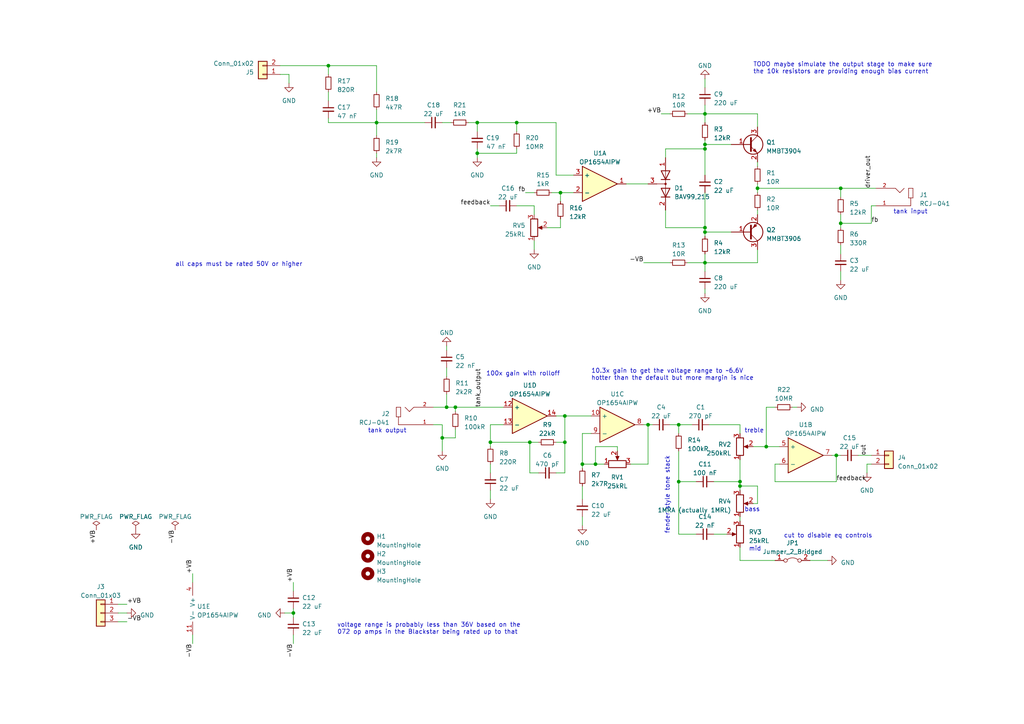
<source format=kicad_sch>
(kicad_sch (version 20230121) (generator eeschema)
  (paper "A4")
  (lib_symbols
    (symbol "Connector_Generic:Conn_01x02" (pin_names (offset 1.016) hide)
      (property "Reference" "J" (at 0 2.54 0))
      (property "Value" "Conn_01x02" (at 0 -5.08 0))
      (symbol "Conn_01x02_1_1"
        (rectangle (start -1.27 -2.413) (end 0 -2.667) (stroke (width 0.1524)))
        (rectangle (start -1.27 0.127) (end 0 -0.127) (stroke (width 0.1524)))
        (rectangle (start -1.27 1.27) (end 1.27 -3.81) (stroke (width 0.254)) (fill (type background)))
        (pin passive line (at -5.08 0 0) (length 3.81) (name "Pin_1") (number "1"))
        (pin passive line (at -5.08 -2.54 0) (length 3.81) (name "Pin_2") (number "2"))
      )
    )
    (symbol "Connector_Generic:Conn_01x03" (pin_names (offset 1.016) hide)
      (property "Reference" "J" (at 0 5.08 0))
      (property "Value" "Conn_01x03" (at 0 -5.08 0))
      (symbol "Conn_01x03_1_1"
        (rectangle (start -1.27 -2.413) (end 0 -2.667) (stroke (width 0.1524)))
        (rectangle (start -1.27 0.127) (end 0 -0.127) (stroke (width 0.1524)))
        (rectangle (start -1.27 2.667) (end 0 2.413) (stroke (width 0.1524)))
        (rectangle (start -1.27 3.81) (end 1.27 -3.81) (stroke (width 0.254)) (fill (type background)))
        (pin passive line (at -5.08 2.54 0) (length 3.81) (name "Pin_1") (number "1"))
        (pin passive line (at -5.08 0 0) (length 3.81) (name "Pin_2") (number "2"))
        (pin passive line (at -5.08 -2.54 0) (length 3.81) (name "Pin_3") (number "3"))
      )
    )
    (symbol "Device:C_Small" (pin_numbers hide) (pin_names (offset 0.254) hide)
      (property "Reference" "C" (at 0.254 1.778 0))
      (property "Value" "C_Small" (at 0.254 -2.032 0))
      (symbol "C_Small_0_1"
        (polyline (pts (xy -1.524 -0.508) (xy 1.524 -0.508)) (stroke (width 0.3302)))
        (polyline (pts (xy -1.524 0.508) (xy 1.524 0.508)) (stroke (width 0.3048)))
      )
      (symbol "C_Small_1_1"
        (pin passive line (at 0 2.54 270) (length 2.032) (name "~") (number "1"))
        (pin passive line (at 0 -2.54 90) (length 2.032) (name "~") (number "2"))
      )
    )
    (symbol "Device:D_Dual_Series_AKC" (pin_names (offset 0.762) hide)
      (property "Reference" "D" (at 1.27 -2.54 0))
      (property "Value" "D_Dual_Series_AKC" (at 0 2.54 0))
      (symbol "D_Dual_Series_AKC_0_1"
        (polyline (pts (xy -3.81 0) (xy 3.81 0)))
        (polyline (pts (xy 0 0) (xy 0 -2.54)))
        (polyline (pts (xy 6.35 0) (xy 7.62 0)))
        (polyline (pts (xy -1.27 -1.27) (xy -1.27 1.27) (xy -1.27 1.27)) (stroke (width 0.254)))
        (polyline (pts (xy 3.81 1.27) (xy 3.81 -1.27) (xy 3.81 -1.27)) (stroke (width 0.254)))
        (polyline (pts (xy -3.81 1.27) (xy -1.27 0) (xy -3.81 -1.27) (xy -3.81 1.27) (xy -3.81 1.27) (xy -3.81 1.27)) (stroke (width 0.254)))
        (polyline (pts (xy 1.27 1.27) (xy 3.81 0) (xy 1.27 -1.27) (xy 1.27 1.27) (xy 1.27 1.27) (xy 1.27 1.27)) (stroke (width 0.254)))
        (circle (center 0 0) (radius 0.254) (fill (type outline)))
        (pin passive line (at -7.62 0 0) (length 3.81) (name "A") (number "1"))
        (pin passive line (at 7.62 0 180) (length 3.81) (name "K") (number "2"))
        (pin passive line (at 0 -5.08 90) (length 2.54) (name "common") (number "3"))
      )
    )
    (symbol "Device:Opamp_Quad"
      (property "Reference" "U" (at 0 5.08 0))
      (property "Value" "Opamp_Quad" (at 0 -5.08 0))
      (symbol "Opamp_Quad_1_1"
        (polyline (pts (xy -5.08 5.08) (xy 5.08 0) (xy -5.08 -5.08) (xy -5.08 5.08)) (stroke (width 0.254)) (fill (type background)))
        (pin output line (at 7.62 0 180) (length 2.54) (name "~") (number "1"))
        (pin input line (at -7.62 -2.54 0) (length 2.54) (name "-") (number "2"))
        (pin input line (at -7.62 2.54 0) (length 2.54) (name "+") (number "3"))
      )
      (symbol "Opamp_Quad_2_1"
        (polyline (pts (xy -5.08 5.08) (xy 5.08 0) (xy -5.08 -5.08) (xy -5.08 5.08)) (stroke (width 0.254)) (fill (type background)))
        (pin input line (at -7.62 2.54 0) (length 2.54) (name "+") (number "5"))
        (pin input line (at -7.62 -2.54 0) (length 2.54) (name "-") (number "6"))
        (pin output line (at 7.62 0 180) (length 2.54) (name "~") (number "7"))
      )
      (symbol "Opamp_Quad_3_1"
        (polyline (pts (xy -5.08 5.08) (xy 5.08 0) (xy -5.08 -5.08) (xy -5.08 5.08)) (stroke (width 0.254)) (fill (type background)))
        (pin input line (at -7.62 2.54 0) (length 2.54) (name "+") (number "10"))
        (pin output line (at 7.62 0 180) (length 2.54) (name "~") (number "8"))
        (pin input line (at -7.62 -2.54 0) (length 2.54) (name "-") (number "9"))
      )
      (symbol "Opamp_Quad_4_1"
        (polyline (pts (xy -5.08 5.08) (xy 5.08 0) (xy -5.08 -5.08) (xy -5.08 5.08)) (stroke (width 0.254)) (fill (type background)))
        (pin input line (at -7.62 2.54 0) (length 2.54) (name "+") (number "12"))
        (pin input line (at -7.62 -2.54 0) (length 2.54) (name "-") (number "13"))
        (pin output line (at 7.62 0 180) (length 2.54) (name "~") (number "14"))
      )
      (symbol "Opamp_Quad_5_1"
        (pin power_in line (at -2.54 -7.62 90) (length 3.81) (name "V-") (number "11"))
        (pin power_in line (at -2.54 7.62 270) (length 3.81) (name "V+") (number "4"))
      )
    )
    (symbol "Device:Q_NPN_BEC" (pin_names (offset 0) hide)
      (property "Reference" "Q" (at 5.08 1.27 0))
      (property "Value" "Q_NPN_BEC" (at 5.08 -1.27 0))
      (symbol "Q_NPN_BEC_0_1"
        (polyline (pts (xy 0.635 0.635) (xy 2.54 2.54)))
        (polyline (pts (xy 0.635 -0.635) (xy 2.54 -2.54) (xy 2.54 -2.54)))
        (polyline (pts (xy 0.635 1.905) (xy 0.635 -1.905) (xy 0.635 -1.905)) (stroke (width 0.508)))
        (polyline (pts (xy 1.27 -1.778) (xy 1.778 -1.27) (xy 2.286 -2.286) (xy 1.27 -1.778) (xy 1.27 -1.778)) (fill (type outline)))
        (circle (center 1.27 0) (radius 2.8194) (stroke (width 0.254)))
      )
      (symbol "Q_NPN_BEC_1_1"
        (pin input line (at -5.08 0 0) (length 5.715) (name "B") (number "1"))
        (pin passive line (at 2.54 -5.08 90) (length 2.54) (name "E") (number "2"))
        (pin passive line (at 2.54 5.08 270) (length 2.54) (name "C") (number "3"))
      )
    )
    (symbol "Device:Q_PNP_BEC" (pin_names (offset 0) hide)
      (property "Reference" "Q" (at 5.08 1.27 0))
      (property "Value" "Q_PNP_BEC" (at 5.08 -1.27 0))
      (symbol "Q_PNP_BEC_0_1"
        (polyline (pts (xy 0.635 0.635) (xy 2.54 2.54)))
        (polyline (pts (xy 0.635 -0.635) (xy 2.54 -2.54) (xy 2.54 -2.54)))
        (polyline (pts (xy 0.635 1.905) (xy 0.635 -1.905) (xy 0.635 -1.905)) (stroke (width 0.508)))
        (polyline (pts (xy 2.286 -1.778) (xy 1.778 -2.286) (xy 1.27 -1.27) (xy 2.286 -1.778) (xy 2.286 -1.778)) (fill (type outline)))
        (circle (center 1.27 0) (radius 2.8194) (stroke (width 0.254)))
      )
      (symbol "Q_PNP_BEC_1_1"
        (pin input line (at -5.08 0 0) (length 5.715) (name "B") (number "1"))
        (pin passive line (at 2.54 -5.08 90) (length 2.54) (name "E") (number "2"))
        (pin passive line (at 2.54 5.08 270) (length 2.54) (name "C") (number "3"))
      )
    )
    (symbol "Device:R_Potentiometer" (pin_names (offset 1.016) hide)
      (property "Reference" "RV" (at -4.445 0 90))
      (property "Value" "R_Potentiometer" (at -2.54 0 90))
      (symbol "R_Potentiometer_0_1"
        (polyline (pts (xy 2.54 0) (xy 1.524 0)))
        (polyline (pts (xy 1.143 0) (xy 2.286 0.508) (xy 2.286 -0.508) (xy 1.143 0)) (fill (type outline)))
        (rectangle (start 1.016 2.54) (end -1.016 -2.54) (stroke (width 0.254)))
      )
      (symbol "R_Potentiometer_1_1"
        (pin passive line (at 0 3.81 270) (length 1.27) (name "1") (number "1"))
        (pin passive line (at 3.81 0 180) (length 1.27) (name "2") (number "2"))
        (pin passive line (at 0 -3.81 90) (length 1.27) (name "3") (number "3"))
      )
    )
    (symbol "Device:R_Small" (pin_numbers hide) (pin_names (offset 0.254) hide)
      (property "Reference" "R" (at 0.762 0.508 0))
      (property "Value" "R_Small" (at 0.762 -1.016 0))
      (symbol "R_Small_0_1"
        (rectangle (start -0.762 1.778) (end 0.762 -1.778) (stroke (width 0.2032)))
      )
      (symbol "R_Small_1_1"
        (pin passive line (at 0 2.54 270) (length 0.762) (name "~") (number "1"))
        (pin passive line (at 0 -2.54 90) (length 0.762) (name "~") (number "2"))
      )
    )
    (symbol "Jumper:Jumper_2_Bridged" (pin_names (offset 0) hide)
      (property "Reference" "JP" (at 0 1.905 0))
      (property "Value" "Jumper_2_Bridged" (at 0 -2.54 0))
      (symbol "Jumper_2_Bridged_0_0"
        (circle (center -2.032 0) (radius 0.508))
        (circle (center 2.032 0) (radius 0.508))
      )
      (symbol "Jumper_2_Bridged_0_1"
        (arc (start 1.524 0.254) (mid 0 0.762) (end -1.524 0.254))
      )
      (symbol "Jumper_2_Bridged_1_1"
        (pin passive line (at -5.08 0 0) (length 2.54) (name "A") (number "1"))
        (pin passive line (at 5.08 0 180) (length 2.54) (name "B") (number "2"))
      )
    )
    (symbol "Mechanical:MountingHole" (pin_names (offset 1.016))
      (property "Reference" "H" (at 0 5.08 0))
      (property "Value" "MountingHole" (at 0 3.175 0))
      (symbol "MountingHole_0_1"
        (circle (center 0 0) (radius 1.27) (stroke (width 1.27)))
      )
    )
    (symbol "RCJ-041:RCJ-041" (pin_names (offset 1.016))
      (property "Reference" "J" (at -5.6324 4.096 0))
      (property "Value" "RCJ-041" (at -5.1169 -5.6268 0))
      (symbol "RCJ-041_0_0"
        (polyline (pts (xy -5.715 -0.254) (xy -5.08 -0.254)) (stroke (width 0.1524)))
        (polyline (pts (xy -5.715 2.54) (xy -5.715 -0.254)) (stroke (width 0.1524)))
        (polyline (pts (xy -5.08 -2.54) (xy -5.08 -0.254)) (stroke (width 0.1524)))
        (polyline (pts (xy -5.08 -0.254) (xy -4.445 -0.254)) (stroke (width 0.1524)))
        (polyline (pts (xy -4.445 -0.254) (xy -4.445 2.54)) (stroke (width 0.1524)))
        (polyline (pts (xy -4.445 2.54) (xy -5.715 2.54)) (stroke (width 0.1524)))
        (polyline (pts (xy -1.905 1.27) (xy -3.175 2.54)) (stroke (width 0.1524)))
        (polyline (pts (xy -0.635 2.54) (xy -1.905 1.27)) (stroke (width 0.1524)))
        (polyline (pts (xy 0 -2.54) (xy -5.08 -2.54)) (stroke (width 0.1524)))
        (polyline (pts (xy 0 2.54) (xy -0.635 2.54)) (stroke (width 0.1524)))
        (pin passive line (at 5.08 -2.54 180) (length 5.08) (name "~") (number "1"))
        (pin passive line (at 5.08 2.54 180) (length 5.08) (name "~") (number "2"))
      )
    )
    (symbol "power:GND" (power) (pin_names (offset 0))
      (property "Value" "GND" (at 0 -3.81 0))
      (symbol "GND_0_1"
        (polyline (pts (xy 0 0) (xy 0 -1.27) (xy 1.27 -1.27) (xy 0 -2.54) (xy -1.27 -1.27) (xy 0 -1.27)))
      )
      (symbol "GND_1_1"
        (pin power_in line (at 0 0 270) (length 0) hide (name "GND") (number "1"))
      )
    )
    (symbol "power:PWR_FLAG" (power) (pin_numbers hide) (pin_names (offset 0) hide)
      (property "Value" "PWR_FLAG" (at 0 3.81 0))
      (symbol "PWR_FLAG_0_0"
        (pin power_out line (at 0 0 90) (length 0) (name "pwr") (number "1"))
      )
      (symbol "PWR_FLAG_0_1"
        (polyline (pts (xy 0 0) (xy 0 1.27) (xy -1.016 1.905) (xy 0 2.54) (xy 1.016 1.905) (xy 0 1.27)))
      )
    )
  )
  (junction (at 129.54 118.11))
  (junction (at 214.63 140.97))
  (junction (at 187.96 123.19))
  (junction (at 222.25 129.54))
  (junction (at 138.43 35.56))
  (junction (at 149.86 35.56))
  (junction (at 204.47 67.31))
  (junction (at 132.08 118.11))
  (junction (at 243.84 64.77))
  (junction (at 85.09 177.8))
  (junction (at 162.56 55.88))
  (junction (at 243.84 54.61))
  (junction (at 153.67 128.27))
  (junction (at 214.63 139.7))
  (junction (at 196.85 123.19))
  (junction (at 142.24 128.27))
  (junction (at 242.57 132.08))
  (junction (at 138.43 44.45))
  (junction (at 163.83 128.27))
  (junction (at 204.47 41.91))
  (junction (at 109.22 35.56))
  (junction (at 128.27 127))
  (junction (at 219.71 54.61))
  (junction (at 204.47 66.04))
  (junction (at 204.47 76.2))
  (junction (at 163.83 120.65))
  (junction (at 204.47 43.18))
  (junction (at 168.91 134.62))
  (junction (at 95.25 19.05))
  (junction (at 196.85 139.7))
  (junction (at 172.72 134.62))
  (junction (at 204.47 33.02))
  (wire (pts (xy 149.86 35.56) (xy 149.86 38.1)))
  (wire (pts (xy 125.73 123.19) (xy 128.27 123.19)))
  (wire (pts (xy 207.01 154.94) (xy 210.82 154.94)))
  (wire (pts (xy 166.37 50.8) (xy 161.29 50.8)))
  (wire (pts (xy 163.83 120.65) (xy 171.45 120.65)))
  (wire (pts (xy 142.24 128.27) (xy 142.24 129.54)))
  (wire (pts (xy 160.02 55.88) (xy 162.56 55.88)))
  (wire (pts (xy 194.31 123.19) (xy 196.85 123.19)))
  (wire (pts (xy 142.24 123.19) (xy 146.05 123.19)))
  (wire (pts (xy 252.73 59.69) (xy 252.73 64.77)))
  (wire (pts (xy 214.63 140.97) (xy 214.63 142.24)))
  (wire (pts (xy 222.25 129.54) (xy 226.06 129.54)))
  (wire (pts (xy 243.84 54.61) (xy 254 54.61)))
  (wire (pts (xy 138.43 35.56) (xy 138.43 38.1)))
  (wire (pts (xy 161.29 35.56) (xy 161.29 50.8)))
  (wire (pts (xy 207.01 139.7) (xy 214.63 139.7)))
  (wire (pts (xy 224.79 118.11) (xy 222.25 118.11)))
  (wire (pts (xy 193.04 60.96) (xy 193.04 66.04)))
  (wire (pts (xy 132.08 118.11) (xy 132.08 119.38)))
  (wire (pts (xy 251.46 134.62) (xy 252.73 134.62)))
  (wire (pts (xy 252.73 59.69) (xy 254 59.69)))
  (wire (pts (xy 161.29 35.56) (xy 149.86 35.56)))
  (wire (pts (xy 154.94 69.85) (xy 154.94 72.39)))
  (wire (pts (xy 214.63 133.35) (xy 214.63 139.7)))
  (wire (pts (xy 162.56 58.42) (xy 162.56 55.88)))
  (wire (pts (xy 138.43 35.56) (xy 149.86 35.56)))
  (wire (pts (xy 149.86 44.45) (xy 138.43 44.45)))
  (wire (pts (xy 109.22 31.75) (xy 109.22 35.56)))
  (wire (pts (xy 135.89 35.56) (xy 138.43 35.56)))
  (wire (pts (xy 109.22 35.56) (xy 123.19 35.56)))
  (wire (pts (xy 129.54 118.11) (xy 132.08 118.11)))
  (wire (pts (xy 201.93 154.94) (xy 196.85 154.94)))
  (wire (pts (xy 85.09 168.91) (xy 85.09 171.45)))
  (wire (pts (xy 156.21 128.27) (xy 153.67 128.27)))
  (wire (pts (xy 153.67 128.27) (xy 142.24 128.27)))
  (wire (pts (xy 149.86 59.69) (xy 154.94 59.69)))
  (wire (pts (xy 168.91 134.62) (xy 172.72 134.62)))
  (wire (pts (xy 204.47 43.18) (xy 204.47 50.8)))
  (wire (pts (xy 219.71 140.97) (xy 214.63 140.97)))
  (wire (pts (xy 34.29 180.34) (xy 36.83 180.34)))
  (wire (pts (xy 142.24 59.69) (xy 144.78 59.69)))
  (wire (pts (xy 154.94 59.69) (xy 154.94 62.23)))
  (wire (pts (xy 34.29 175.26) (xy 36.83 175.26)))
  (wire (pts (xy 204.47 35.56) (xy 204.47 33.02)))
  (wire (pts (xy 168.91 134.62) (xy 168.91 135.89)))
  (wire (pts (xy 168.91 140.97) (xy 168.91 144.78)))
  (wire (pts (xy 129.54 106.68) (xy 129.54 109.22)))
  (wire (pts (xy 168.91 125.73) (xy 168.91 134.62)))
  (wire (pts (xy 226.06 134.62) (xy 224.79 134.62)))
  (wire (pts (xy 142.24 134.62) (xy 142.24 137.16)))
  (wire (pts (xy 138.43 43.18) (xy 138.43 44.45)))
  (wire (pts (xy 172.72 134.62) (xy 172.72 129.54)))
  (wire (pts (xy 219.71 33.02) (xy 219.71 36.83)))
  (wire (pts (xy 242.57 132.08) (xy 243.84 132.08)))
  (wire (pts (xy 214.63 158.75) (xy 214.63 162.56)))
  (wire (pts (xy 204.47 33.02) (xy 219.71 33.02)))
  (wire (pts (xy 125.73 118.11) (xy 129.54 118.11)))
  (wire (pts (xy 142.24 128.27) (xy 142.24 123.19)))
  (wire (pts (xy 109.22 44.45) (xy 109.22 45.72)))
  (wire (pts (xy 204.47 67.31) (xy 212.09 67.31)))
  (wire (pts (xy 162.56 66.04) (xy 158.75 66.04)))
  (wire (pts (xy 163.83 120.65) (xy 163.83 128.27)))
  (wire (pts (xy 187.96 123.19) (xy 189.23 123.19)))
  (wire (pts (xy 149.86 43.18) (xy 149.86 44.45)))
  (wire (pts (xy 129.54 114.3) (xy 129.54 118.11)))
  (wire (pts (xy 214.63 139.7) (xy 214.63 140.97)))
  (wire (pts (xy 204.47 30.48) (xy 204.47 33.02)))
  (wire (pts (xy 83.82 24.13) (xy 83.82 21.59)))
  (wire (pts (xy 204.47 76.2) (xy 204.47 78.74)))
  (wire (pts (xy 193.04 66.04) (xy 204.47 66.04)))
  (wire (pts (xy 191.77 33.02) (xy 194.31 33.02)))
  (wire (pts (xy 204.47 40.64) (xy 204.47 41.91)))
  (wire (pts (xy 204.47 73.66) (xy 204.47 76.2)))
  (wire (pts (xy 204.47 22.86) (xy 204.47 25.4)))
  (wire (pts (xy 138.43 44.45) (xy 138.43 45.72)))
  (wire (pts (xy 243.84 64.77) (xy 243.84 62.23)))
  (wire (pts (xy 219.71 46.99) (xy 219.71 48.26)))
  (wire (pts (xy 242.57 139.7) (xy 242.57 132.08)))
  (wire (pts (xy 204.47 66.04) (xy 204.47 67.31)))
  (wire (pts (xy 152.4 55.88) (xy 154.94 55.88)))
  (wire (pts (xy 163.83 137.16) (xy 163.83 128.27)))
  (wire (pts (xy 82.55 177.8) (xy 85.09 177.8)))
  (wire (pts (xy 243.84 71.12) (xy 243.84 73.66)))
  (wire (pts (xy 83.82 21.59) (xy 81.28 21.59)))
  (wire (pts (xy 224.79 134.62) (xy 224.79 139.7)))
  (wire (pts (xy 172.72 129.54) (xy 179.07 129.54)))
  (wire (pts (xy 81.28 19.05) (xy 95.25 19.05)))
  (wire (pts (xy 128.27 127) (xy 128.27 123.19)))
  (wire (pts (xy 229.87 118.11) (xy 231.14 118.11)))
  (wire (pts (xy 187.96 134.62) (xy 187.96 123.19)))
  (wire (pts (xy 219.71 76.2) (xy 219.71 72.39)))
  (wire (pts (xy 182.88 134.62) (xy 187.96 134.62)))
  (wire (pts (xy 163.83 128.27) (xy 161.29 128.27)))
  (wire (pts (xy 196.85 123.19) (xy 196.85 125.73)))
  (wire (pts (xy 85.09 176.53) (xy 85.09 177.8)))
  (wire (pts (xy 161.29 137.16) (xy 163.83 137.16)))
  (wire (pts (xy 199.39 76.2) (xy 204.47 76.2)))
  (wire (pts (xy 243.84 64.77) (xy 243.84 66.04)))
  (wire (pts (xy 187.96 123.19) (xy 186.69 123.19)))
  (wire (pts (xy 95.25 35.56) (xy 109.22 35.56)))
  (wire (pts (xy 219.71 54.61) (xy 219.71 55.88)))
  (wire (pts (xy 214.63 123.19) (xy 205.74 123.19)))
  (wire (pts (xy 181.61 53.34) (xy 187.96 53.34)))
  (wire (pts (xy 218.44 146.05) (xy 219.71 146.05)))
  (wire (pts (xy 55.88 184.15) (xy 55.88 186.69)))
  (wire (pts (xy 243.84 78.74) (xy 243.84 81.28)))
  (wire (pts (xy 132.08 118.11) (xy 146.05 118.11)))
  (wire (pts (xy 224.79 162.56) (xy 214.63 162.56)))
  (wire (pts (xy 199.39 33.02) (xy 204.47 33.02)))
  (wire (pts (xy 204.47 41.91) (xy 212.09 41.91)))
  (wire (pts (xy 196.85 139.7) (xy 201.93 139.7)))
  (wire (pts (xy 204.47 43.18) (xy 204.47 41.91)))
  (wire (pts (xy 95.25 26.67) (xy 95.25 29.21)))
  (wire (pts (xy 219.71 53.34) (xy 219.71 54.61)))
  (wire (pts (xy 161.29 120.65) (xy 163.83 120.65)))
  (wire (pts (xy 196.85 139.7) (xy 196.85 130.81)))
  (wire (pts (xy 251.46 134.62) (xy 251.46 137.16)))
  (wire (pts (xy 186.69 76.2) (xy 194.31 76.2)))
  (wire (pts (xy 219.71 146.05) (xy 219.71 140.97)))
  (wire (pts (xy 218.44 129.54) (xy 222.25 129.54)))
  (wire (pts (xy 95.25 19.05) (xy 109.22 19.05)))
  (wire (pts (xy 196.85 123.19) (xy 200.66 123.19)))
  (wire (pts (xy 156.21 137.16) (xy 153.67 137.16)))
  (wire (pts (xy 168.91 125.73) (xy 171.45 125.73)))
  (wire (pts (xy 252.73 64.77) (xy 243.84 64.77)))
  (wire (pts (xy 85.09 177.8) (xy 85.09 179.07)))
  (wire (pts (xy 224.79 139.7) (xy 242.57 139.7)))
  (wire (pts (xy 142.24 142.24) (xy 142.24 144.78)))
  (wire (pts (xy 234.95 162.56) (xy 240.03 162.56)))
  (wire (pts (xy 162.56 63.5) (xy 162.56 66.04)))
  (wire (pts (xy 241.3 132.08) (xy 242.57 132.08)))
  (wire (pts (xy 214.63 125.73) (xy 214.63 123.19)))
  (wire (pts (xy 34.29 177.8) (xy 36.83 177.8)))
  (wire (pts (xy 248.92 132.08) (xy 252.73 132.08)))
  (wire (pts (xy 153.67 137.16) (xy 153.67 128.27)))
  (wire (pts (xy 85.09 184.15) (xy 85.09 186.69)))
  (wire (pts (xy 128.27 35.56) (xy 130.81 35.56)))
  (wire (pts (xy 204.47 83.82) (xy 204.47 85.09)))
  (wire (pts (xy 128.27 130.81) (xy 128.27 127)))
  (wire (pts (xy 204.47 67.31) (xy 204.47 68.58)))
  (wire (pts (xy 55.88 166.37) (xy 55.88 168.91)))
  (wire (pts (xy 193.04 43.18) (xy 193.04 45.72)))
  (wire (pts (xy 204.47 76.2) (xy 219.71 76.2)))
  (wire (pts (xy 95.25 34.29) (xy 95.25 35.56)))
  (wire (pts (xy 162.56 55.88) (xy 166.37 55.88)))
  (wire (pts (xy 222.25 118.11) (xy 222.25 129.54)))
  (wire (pts (xy 129.54 100.33) (xy 129.54 101.6)))
  (wire (pts (xy 179.07 129.54) (xy 179.07 130.81)))
  (wire (pts (xy 193.04 43.18) (xy 204.47 43.18)))
  (wire (pts (xy 219.71 54.61) (xy 243.84 54.61)))
  (wire (pts (xy 132.08 124.46) (xy 132.08 127)))
  (wire (pts (xy 172.72 134.62) (xy 175.26 134.62)))
  (wire (pts (xy 109.22 35.56) (xy 109.22 39.37)))
  (wire (pts (xy 168.91 149.86) (xy 168.91 152.4)))
  (wire (pts (xy 243.84 54.61) (xy 243.84 57.15)))
  (wire (pts (xy 204.47 55.88) (xy 204.47 66.04)))
  (wire (pts (xy 219.71 60.96) (xy 219.71 62.23)))
  (wire (pts (xy 95.25 19.05) (xy 95.25 21.59)))
  (wire (pts (xy 132.08 127) (xy 128.27 127)))
  (wire (pts (xy 196.85 154.94) (xy 196.85 139.7)))
  (wire (pts (xy 214.63 149.86) (xy 214.63 151.13)))
  (wire (pts (xy 109.22 19.05) (xy 109.22 26.67)))
  (text "treble" (at 215.9 125.73 0) (effects (font (size 1.27 1.27)) (justify left bottom)))
  (text "tank input" (at 259.08 62.23 0) (effects (font (size 1.27 1.27)) (justify left bottom)))
  (text "all caps must be rated 50V or higher" (at 50.8 77.47 0) (effects (font (size 1.27 1.27)) (justify left bottom)))
  (text "mid" (at 217.17 160.02 0) (effects (font (size 1.27 1.27)) (justify left bottom)))
  (text "bass" (at 215.9 148.59 0) (effects (font (size 1.27 1.27)) (justify left bottom)))
  (text "fender style tone stack" (at 194.31 154.94 90) (effects (font (size 1.27 1.27)) (justify left bottom)))
  (text "TODO maybe simulate the output stage to make sure\nthe 10k resistors are providing enough bias current" (at 218.44 21.59 0) (effects (font (size 1.27 1.27)) (justify left bottom)))
  (text "10.3x gain to get the voltage range to ~6.6V\nhotter than the default but more margin is nice" (at 171.45 110.49 0) (effects (font (size 1.27 1.27)) (justify left bottom)))
  (text "cut to disable eq controls" (at 227.33 156.21 0) (effects (font (size 1.27 1.27)) (justify left bottom)))
  (text "voltage range is probably less than 36V based on the\n072 op amps in the Blackstar being rated up to that" (at 97.79 184.15 0) (effects (font (size 1.27 1.27)) (justify left bottom)))
  (text "100x gain with rolloff" (at 140.97 109.22 0) (effects (font (size 1.27 1.27)) (justify left bottom)))
  (text "tank output" (at 106.68 125.73 0) (effects (font (size 1.27 1.27)) (justify left bottom)))
  (label "+VB" (at 27.94 153.67 270))
  (label "feedback" (at 242.57 139.7 0))
  (label "fb" (at 152.4 55.88 180))
  (label "+VB" (at 36.83 175.26 0))
  (label "-VB" (at 186.69 76.2 180))
  (label "+VB" (at 55.88 166.37 90))
  (label "feedback" (at 142.24 59.69 180))
  (label "fb" (at 252.73 64.77 0))
  (label "+VB" (at 191.77 33.02 180))
  (label "+VB" (at 85.09 168.91 90))
  (label "-VB" (at 55.88 186.69 270))
  (label "out" (at 251.46 132.08 90))
  (label "driver_out" (at 252.73 54.61 90))
  (label "tank_output" (at 139.7 118.11 90))
  (label "-VB" (at 36.83 180.34 0))
  (label "-VB" (at 50.8 153.67 270))
  (label "-VB" (at 85.09 186.69 270))
  (symbol (lib_id "Device:C_Small") (at 246.38 132.08 90) (unit 1)
    (property "Reference" "C15" (at 246.3863 127 90))
    (property "Value" "22 uF" (at 246.3863 129.54 90))
    (property "Footprint" "Capacitor_SMD:C_1206_3216Metric_Pad1.33x1.80mm_HandSolder" (effects hide))
    (property "Digikey" "445-8045-1-ND" (effects hide))
  )
  (symbol (lib_id "Device:C_Small") (at 168.91 147.32 180) (unit 1)
    (property "Reference" "C10" (at 171.45 146.6786 0) (effects (justify right)))
    (property "Value" "22 uF" (at 171.45 149.2186 0) (effects (justify right)))
    (property "Footprint" "Capacitor_SMD:C_1206_3216Metric_Pad1.33x1.80mm_HandSolder" (effects hide))
    (property "Digikey" "445-8045-1-ND" (effects hide))
  )
  (symbol (lib_id "Device:C_Small") (at 125.73 35.56 90) (unit 1)
    (property "Reference" "C18" (at 125.7363 30.48 90))
    (property "Value" "22 uF" (at 125.7363 33.02 90))
    (property "Footprint" "Capacitor_SMD:C_1206_3216Metric_Pad1.33x1.80mm_HandSolder" (effects hide))
    (property "Digikey" "445-8045-1-ND" (effects hide))
  )
  (symbol (lib_id "Device:R_Small") (at 109.22 41.91 0) (unit 1)
    (property "Reference" "R19" (at 111.76 41.275 0) (effects (justify left)))
    (property "Value" "2k7R" (at 111.76 43.815 0) (effects (justify left)))
    (property "Footprint" "Resistor_SMD:R_0603_1608Metric_Pad0.98x0.95mm_HandSolder" (effects hide))
  )
  (symbol (lib_id "Device:C_Small") (at 204.47 81.28 0) (unit 1)
    (property "Reference" "C8" (at 207.01 80.6513 0) (effects (justify left)))
    (property "Value" "220 uF" (at 207.01 83.1913 0) (effects (justify left)))
    (property "Footprint" "Capacitor_SMD:CP_Elec_8x10" (effects hide))
    (property "Digikey" "565-EMZR500ARA221MHA0GCT-ND" (effects hide))
  )
  (symbol (lib_id "Device:D_Dual_Series_AKC") (at 193.04 53.34 270) (unit 1)
    (property "Reference" "D1" (at 195.58 54.5465 90) (effects (justify left)))
    (property "Value" "BAV99,215" (at 195.58 57.0865 90) (effects (justify left)))
    (property "Footprint" "Package_TO_SOT_SMD:SOT-23" (effects hide))
    (property "Digikey" "1727-2914-1-ND" (effects hide))
  )
  (symbol (lib_id "Device:R_Small") (at 95.25 24.13 0) (unit 1)
    (property "Reference" "R17" (at 97.79 23.495 0) (effects (justify left)))
    (property "Value" "820R" (at 97.79 26.035 0) (effects (justify left)))
    (property "Footprint" "Resistor_SMD:R_0603_1608Metric_Pad0.98x0.95mm_HandSolder" (effects hide))
  )
  (symbol (lib_id "Connector_Generic:Conn_01x03") (at 29.21 177.8 0) (mirror y) (unit 1)
    (property "Reference" "J3" (at 29.21 170.18 0))
    (property "Value" "Conn_01x03" (at 29.21 172.72 0))
    (property "Footprint" "Connector_JST:JST_EH_B3B-EH-A_1x03_P2.50mm_Vertical" (effects hide))
  )
  (symbol (lib_id "Device:C_Small") (at 85.09 181.61 0) (unit 1)
    (property "Reference" "C13" (at 87.63 180.9813 0) (effects (justify left)))
    (property "Value" "22 uF" (at 87.63 183.5213 0) (effects (justify left)))
    (property "Footprint" "Capacitor_SMD:C_1206_3216Metric_Pad1.33x1.80mm_HandSolder" (effects hide))
    (property "Digikey" "445-8045-1-ND" (effects hide))
  )
  (symbol (lib_id "Device:R_Potentiometer") (at 214.63 146.05 0) (mirror x) (unit 1)
    (property "Reference" "RV4" (at 212.09 145.415 0) (effects (justify right)))
    (property "Value" "1MRA (actually 1MRL)" (at 212.09 147.955 0) (effects (justify right)))
    (property "Footprint" "Potentiometer_THT:Potentiometer_Bourns_3386P_Vertical" (effects hide))
    (property "Digikey" "3386P-105LF-ND" (effects hide))
  )
  (symbol (lib_id "Device:R_Small") (at 168.91 138.43 0) (mirror y) (unit 1)
    (property "Reference" "R7" (at 171.45 137.795 0) (effects (justify right)))
    (property "Value" "2k7R" (at 171.45 140.335 0) (effects (justify right)))
    (property "Footprint" "Resistor_SMD:R_0603_1608Metric_Pad0.98x0.95mm_HandSolder" (effects hide))
  )
  (symbol (lib_id "Device:R_Small") (at 196.85 76.2 90) (unit 1)
    (property "Reference" "R13" (at 196.85 71.12 90))
    (property "Value" "10R" (at 196.85 73.66 90))
    (property "Footprint" "Resistor_SMD:R_0603_1608Metric_Pad0.98x0.95mm_HandSolder" (effects hide))
  )
  (symbol (lib_id "Device:R_Small") (at 132.08 121.92 0) (unit 1)
    (property "Reference" "R10" (at 134.62 121.285 0) (effects (justify left)))
    (property "Value" "100kR" (at 134.62 123.825 0) (effects (justify left)))
    (property "Footprint" "Resistor_SMD:R_0603_1608Metric_Pad0.98x0.95mm_HandSolder" (effects hide))
  )
  (symbol (lib_id "power:PWR_FLAG") (at 39.37 153.67 0) (unit 1)
    (property "Reference" "#FLG02" (effects hide))
    (property "Value" "PWR_FLAG" (at 39.37 149.86 0))
  )
  (symbol (lib_id "Device:R_Small") (at 196.85 128.27 0) (unit 1)
    (property "Reference" "R14" (at 199.39 127.635 0) (effects (justify left)))
    (property "Value" "100kR" (at 199.39 130.175 0) (effects (justify left)))
    (property "Footprint" "Resistor_SMD:R_0603_1608Metric_Pad0.98x0.95mm_HandSolder" (effects hide))
  )
  (symbol (lib_id "Device:C_Small") (at 95.25 31.75 0) (unit 1)
    (property "Reference" "C17" (at 97.79 31.1213 0) (effects (justify left)))
    (property "Value" "47 nF" (at 97.79 33.6613 0) (effects (justify left)))
    (property "Footprint" "Capacitor_SMD:C_0603_1608Metric_Pad1.08x0.95mm_HandSolder" (effects hide))
    (property "Digikey" "1276-1063-1-ND" (effects hide))
  )
  (symbol (lib_id "Device:R_Small") (at 219.71 50.8 0) (unit 1)
    (property "Reference" "R1" (at 222.25 50.165 0) (effects (justify left)))
    (property "Value" "10R" (at 222.25 52.705 0) (effects (justify left)))
    (property "Footprint" "Resistor_SMD:R_0603_1608Metric_Pad0.98x0.95mm_HandSolder" (effects hide))
  )
  (symbol (lib_id "Device:Opamp_Quad") (at 153.67 120.65 0) (unit 4)
    (property "Reference" "U1" (at 153.67 111.76 0))
    (property "Value" "OP1654AIPW" (at 153.67 114.3 0))
    (property "Footprint" "Package_SO:TSSOP-14_4.4x5mm_P0.65mm" (effects hide))
  )
  (symbol (lib_id "Device:R_Small") (at 158.75 128.27 90) (unit 1)
    (property "Reference" "R9" (at 158.75 123.19 90))
    (property "Value" "22kR" (at 158.75 125.73 90))
    (property "Footprint" "Resistor_SMD:R_0603_1608Metric_Pad0.98x0.95mm_HandSolder" (effects hide))
  )
  (symbol (lib_id "Device:Q_NPN_BEC") (at 217.17 41.91 0) (unit 1)
    (property "Reference" "Q1" (at 222.25 41.275 0) (effects (justify left)))
    (property "Value" "MMBT3904" (at 222.25 43.815 0) (effects (justify left)))
    (property "Footprint" "Package_TO_SOT_SMD:SOT-23" (effects hide))
  )
  (symbol (lib_id "power:GND") (at 243.84 81.28 0) (unit 1)
    (property "Reference" "#PWR01" (effects hide))
    (property "Value" "GND" (at 243.84 86.36 0))
  )
  (symbol (lib_id "Device:R_Small") (at 129.54 111.76 0) (unit 1)
    (property "Reference" "R11" (at 132.08 111.125 0) (effects (justify left)))
    (property "Value" "2k2R" (at 132.08 113.665 0) (effects (justify left)))
    (property "Footprint" "Resistor_SMD:R_0603_1608Metric_Pad0.98x0.95mm_HandSolder" (effects hide))
  )
  (symbol (lib_id "Device:C_Small") (at 204.47 139.7 90) (unit 1)
    (property "Reference" "C11" (at 204.4763 134.62 90))
    (property "Value" "100 nF" (at 204.4763 137.16 90))
    (property "Footprint" "Capacitor_SMD:C_0603_1608Metric_Pad1.08x0.95mm_HandSolder" (effects hide))
    (property "Digikey" "1276-CL10B104KB8NNNLCT-ND" (effects hide))
  )
  (symbol (lib_id "power:GND") (at 39.37 153.67 0) (unit 1)
    (property "Reference" "#PWR017" (effects hide))
    (property "Value" "GND" (at 39.37 158.75 0))
  )
  (symbol (lib_id "Device:R_Small") (at 149.86 40.64 0) (unit 1)
    (property "Reference" "R20" (at 152.4 40.005 0) (effects (justify left)))
    (property "Value" "10MR" (at 152.4 42.545 0) (effects (justify left)))
    (property "Footprint" "Resistor_SMD:R_0603_1608Metric_Pad0.98x0.95mm_HandSolder" (effects hide))
  )
  (symbol (lib_id "Device:Opamp_Quad") (at 173.99 53.34 0) (unit 1)
    (property "Reference" "U1" (at 173.99 44.45 0))
    (property "Value" "OP1654AIPW" (at 173.99 46.99 0))
    (property "Footprint" "Package_SO:TSSOP-14_4.4x5mm_P0.65mm" (effects hide))
  )
  (symbol (lib_id "Device:Opamp_Quad") (at 58.42 176.53 0) (unit 5)
    (property "Reference" "U1" (at 57.15 175.895 0) (effects (justify left)))
    (property "Value" "OP1654AIPW" (at 57.15 178.435 0) (effects (justify left)))
    (property "Footprint" "Package_SO:TSSOP-14_4.4x5mm_P0.65mm" (effects hide))
  )
  (symbol (lib_id "Mechanical:MountingHole") (at 106.68 156.21 0) (unit 1)
    (property "Reference" "H1" (at 109.22 155.575 0) (effects (justify left)))
    (property "Value" "MountingHole" (at 109.22 158.115 0) (effects (justify left)))
    (property "Footprint" "MountingHole:MountingHole_3.2mm_M3" (effects hide))
    (property "Digikey" "NoPart" (effects hide))
  )
  (symbol (lib_id "Device:C_Small") (at 203.2 123.19 90) (unit 1)
    (property "Reference" "C1" (at 203.2063 118.11 90))
    (property "Value" "270 pF" (at 203.2063 120.65 90))
    (property "Footprint" "Capacitor_SMD:C_0402_1005Metric_Pad0.74x0.62mm_HandSolder" (effects hide))
    (property "Digikey" "445-5601-1-ND" (effects hide))
  )
  (symbol (lib_id "Device:R_Small") (at 142.24 132.08 0) (unit 1)
    (property "Reference" "R8" (at 144.78 131.445 0) (effects (justify left)))
    (property "Value" "220R" (at 144.78 133.985 0) (effects (justify left)))
    (property "Footprint" "Resistor_SMD:R_0603_1608Metric_Pad0.98x0.95mm_HandSolder" (effects hide))
  )
  (symbol (lib_id "Device:R_Small") (at 157.48 55.88 270) (unit 1)
    (property "Reference" "R15" (at 157.48 50.8 90))
    (property "Value" "1kR" (at 157.48 53.34 90))
    (property "Footprint" "Resistor_SMD:R_0603_1608Metric_Pad0.98x0.95mm_HandSolder" (effects hide))
  )
  (symbol (lib_id "power:GND") (at 251.46 137.16 0) (unit 1)
    (property "Reference" "#PWR09" (effects hide))
    (property "Value" "GND" (at 251.46 142.24 0))
  )
  (symbol (lib_id "Device:R_Small") (at 196.85 33.02 90) (unit 1)
    (property "Reference" "R12" (at 196.85 27.94 90))
    (property "Value" "10R" (at 196.85 30.48 90))
    (property "Footprint" "Resistor_SMD:R_0603_1608Metric_Pad0.98x0.95mm_HandSolder" (effects hide))
  )
  (symbol (lib_id "power:GND") (at 129.54 100.33 180) (unit 1)
    (property "Reference" "#PWR05" (effects hide))
    (property "Value" "GND" (at 129.54 96.52 0))
  )
  (symbol (lib_id "Device:R_Small") (at 227.33 118.11 90) (unit 1)
    (property "Reference" "R22" (at 227.33 113.03 90))
    (property "Value" "10MR" (at 227.33 115.57 90))
    (property "Footprint" "Resistor_SMD:R_0603_1608Metric_Pad0.98x0.95mm_HandSolder" (effects hide))
  )
  (symbol (lib_id "Device:C_Small") (at 191.77 123.19 90) (unit 1)
    (property "Reference" "C4" (at 191.7763 118.11 90))
    (property "Value" "22 uF" (at 191.7763 120.65 90))
    (property "Footprint" "Capacitor_SMD:C_1206_3216Metric_Pad1.33x1.80mm_HandSolder" (effects hide))
    (property "Digikey" "445-8045-1-ND" (effects hide))
  )
  (symbol (lib_id "power:GND") (at 240.03 162.56 90) (unit 1)
    (property "Reference" "#PWR010" (effects hide))
    (property "Value" "GND" (at 243.84 163.195 90) (effects (justify right)))
  )
  (symbol (lib_id "power:GND") (at 168.91 152.4 0) (unit 1)
    (property "Reference" "#PWR08" (effects hide))
    (property "Value" "GND" (at 168.91 157.48 0))
  )
  (symbol (lib_id "power:GND") (at 138.43 45.72 0) (unit 1)
    (property "Reference" "#PWR013" (effects hide))
    (property "Value" "GND" (at 138.43 50.8 0))
  )
  (symbol (lib_id "Device:R_Small") (at 243.84 59.69 0) (mirror y) (unit 1)
    (property "Reference" "R5" (at 246.38 59.055 0) (effects (justify right)))
    (property "Value" "12kR" (at 246.38 61.595 0) (effects (justify right)))
    (property "Footprint" "Resistor_SMD:R_0603_1608Metric_Pad0.98x0.95mm_HandSolder" (effects hide))
  )
  (symbol (lib_id "power:GND") (at 82.55 177.8 270) (unit 1)
    (property "Reference" "#PWR011" (effects hide))
    (property "Value" "GND" (at 78.74 178.435 90) (effects (justify right)))
  )
  (symbol (lib_id "power:PWR_FLAG") (at 27.94 153.67 0) (unit 1)
    (property "Reference" "#FLG01" (effects hide))
    (property "Value" "PWR_FLAG" (at 27.94 149.86 0))
  )
  (symbol (lib_id "Device:R_Potentiometer") (at 214.63 129.54 0) (mirror x) (unit 1)
    (property "Reference" "RV2" (at 212.09 128.905 0) (effects (justify right)))
    (property "Value" "250kRL" (at 212.09 131.445 0) (effects (justify right)))
    (property "Footprint" "Potentiometer_THT:Potentiometer_Bourns_3386P_Vertical" (effects hide))
    (property "Digikey" "3386P-254LF-ND" (effects hide))
  )
  (symbol (lib_id "Device:C_Small") (at 158.75 137.16 90) (unit 1)
    (property "Reference" "C6" (at 158.7563 132.08 90))
    (property "Value" "470 pF" (at 158.7563 134.62 90))
    (property "Footprint" "Capacitor_SMD:C_0402_1005Metric_Pad0.74x0.62mm_HandSolder" (effects hide))
    (property "Digikey" "1292-1328-1-ND" (effects hide))
  )
  (symbol (lib_id "Connector_Generic:Conn_01x02") (at 76.2 21.59 180) (unit 1)
    (property "Reference" "J5" (at 73.66 20.955 0) (effects (justify left)))
    (property "Value" "Conn_01x02" (at 73.66 18.415 0) (effects (justify left)))
    (property "Footprint" "Connector_JST:JST_EH_B2B-EH-A_1x02_P2.50mm_Vertical" (effects hide))
  )
  (symbol (lib_id "Device:R_Potentiometer") (at 154.94 66.04 0) (mirror x) (unit 1)
    (property "Reference" "RV5" (at 152.4 65.405 0) (effects (justify right)))
    (property "Value" "25kRL" (at 152.4 67.945 0) (effects (justify right)))
    (property "Footprint" "Potentiometer_THT:Potentiometer_Bourns_3386P_Vertical" (effects hide))
    (property "Digikey" "338P-253LF-ND" (effects hide))
  )
  (symbol (lib_id "Connector_Generic:Conn_01x02") (at 257.81 132.08 0) (unit 1)
    (property "Reference" "J4" (at 260.35 132.715 0) (effects (justify left)))
    (property "Value" "Conn_01x02" (at 260.35 135.255 0) (effects (justify left)))
    (property "Footprint" "Connector_JST:JST_EH_B2B-EH-A_1x02_P2.50mm_Vertical" (effects hide))
  )
  (symbol (lib_id "power:GND") (at 204.47 22.86 180) (unit 1)
    (property "Reference" "#PWR06" (effects hide))
    (property "Value" "GND" (at 204.47 19.05 0))
  )
  (symbol (lib_id "Device:R_Small") (at 133.35 35.56 90) (unit 1)
    (property "Reference" "R21" (at 133.35 30.48 90))
    (property "Value" "1kR" (at 133.35 33.02 90))
    (property "Footprint" "Resistor_SMD:R_0603_1608Metric_Pad0.98x0.95mm_HandSolder" (effects hide))
  )
  (symbol (lib_id "power:PWR_FLAG") (at 50.8 153.67 0) (unit 1)
    (property "Reference" "#FLG03" (effects hide))
    (property "Value" "PWR_FLAG" (at 50.8 149.86 0))
  )
  (symbol (lib_id "power:GND") (at 83.82 24.13 0) (unit 1)
    (property "Reference" "#PWR015" (effects hide))
    (property "Value" "GND" (at 83.82 29.21 0))
  )
  (symbol (lib_id "Mechanical:MountingHole") (at 106.68 161.29 0) (unit 1)
    (property "Reference" "H2" (at 109.22 160.655 0) (effects (justify left)))
    (property "Value" "MountingHole" (at 109.22 163.195 0) (effects (justify left)))
    (property "Footprint" "MountingHole:MountingHole_3.2mm_M3" (effects hide))
    (property "Digikey" "NoPart" (effects hide))
  )
  (symbol (lib_id "Device:Opamp_Quad") (at 179.07 123.19 0) (unit 3)
    (property "Reference" "U1" (at 179.07 114.3 0))
    (property "Value" "OP1654AIPW" (at 179.07 116.84 0))
    (property "Footprint" "Package_SO:TSSOP-14_4.4x5mm_P0.65mm" (effects hide))
  )
  (symbol (lib_id "Device:Opamp_Quad") (at 233.68 132.08 0) (unit 2)
    (property "Reference" "U1" (at 233.68 123.19 0))
    (property "Value" "OP1654AIPW" (at 233.68 125.73 0))
    (property "Footprint" "Package_SO:TSSOP-14_4.4x5mm_P0.65mm" (effects hide))
  )
  (symbol (lib_id "Jumper:Jumper_2_Bridged") (at 229.87 162.56 0) (unit 1)
    (property "Reference" "JP1" (at 229.87 157.48 0))
    (property "Value" "Jumper_2_Bridged" (at 229.87 160.02 0))
    (property "Footprint" "Jumper:SolderJumper-2_P1.3mm_Bridged_RoundedPad1.0x1.5mm" (effects hide))
    (property "Digikey" "NoPart" (effects hide))
  )
  (symbol (lib_id "Device:C_Small") (at 85.09 173.99 0) (unit 1)
    (property "Reference" "C12" (at 87.63 173.3613 0) (effects (justify left)))
    (property "Value" "22 uF" (at 87.63 175.9013 0) (effects (justify left)))
    (property "Footprint" "Capacitor_SMD:C_1206_3216Metric_Pad1.33x1.80mm_HandSolder" (effects hide))
    (property "Digikey" "445-8045-1-ND" (effects hide))
  )
  (symbol (lib_id "Device:R_Small") (at 204.47 71.12 0) (unit 1)
    (property "Reference" "R4" (at 207.01 70.485 0) (effects (justify left)))
    (property "Value" "12kR" (at 207.01 73.025 0) (effects (justify left)))
    (property "Footprint" "Resistor_SMD:R_0603_1608Metric_Pad0.98x0.95mm_HandSolder" (effects hide))
  )
  (symbol (lib_id "Device:R_Potentiometer") (at 214.63 154.94 180) (unit 1)
    (property "Reference" "RV3" (at 217.17 154.305 0) (effects (justify right)))
    (property "Value" "25kRL" (at 217.17 156.845 0) (effects (justify right)))
    (property "Footprint" "Potentiometer_THT:Potentiometer_Bourns_3386P_Vertical" (effects hide))
    (property "Digikey" "338P-253LF-ND" (effects hide))
  )
  (symbol (lib_id "power:GND") (at 142.24 144.78 0) (unit 1)
    (property "Reference" "#PWR04" (effects hide))
    (property "Value" "GND" (at 142.24 149.86 0))
  )
  (symbol (lib_id "Device:C_Small") (at 243.84 76.2 0) (unit 1)
    (property "Reference" "C3" (at 246.38 75.5713 0) (effects (justify left)))
    (property "Value" "22 uF" (at 246.38 78.1113 0) (effects (justify left)))
    (property "Footprint" "Capacitor_SMD:C_1206_3216Metric_Pad1.33x1.80mm_HandSolder" (effects hide))
    (property "Digikey" "445-8045-1-ND" (effects hide))
  )
  (symbol (lib_id "RCJ-041:RCJ-041") (at 259.08 57.15 0) (mirror y) (unit 1)
    (property "Reference" "J1" (at 266.7 56.515 0) (effects (justify right)))
    (property "Value" "RCJ-041" (at 266.7 59.055 0) (effects (justify right)))
    (property "Footprint" "CUI_RCJ-041" (effects hide))
    (property "MF" "CUI Devices" (effects hide))
    (property "PACKAGE" "None" (effects hide))
    (property "PRICE" "None" (effects hide))
    (property "MP" "RCJ-041" (effects hide))
    (property "Digikey" "CP-1418-ND" (effects hide))
  )
  (symbol (lib_id "Device:C_Small") (at 147.32 59.69 90) (unit 1)
    (property "Reference" "C16" (at 147.3263 54.61 90))
    (property "Value" "22 uF" (at 147.3263 57.15 90))
    (property "Footprint" "Capacitor_SMD:C_1206_3216Metric_Pad1.33x1.80mm_HandSolder" (effects hide))
    (property "Digikey" "445-8045-1-ND" (effects hide))
  )
  (symbol (lib_id "Mechanical:MountingHole") (at 106.68 166.37 0) (unit 1)
    (property "Reference" "H3" (at 109.22 165.735 0) (effects (justify left)))
    (property "Value" "MountingHole" (at 109.22 168.275 0) (effects (justify left)))
    (property "Footprint" "MountingHole:MountingHole_3.2mm_M3" (effects hide))
    (property "Digikey" "NoPart" (effects hide))
  )
  (symbol (lib_id "Device:R_Small") (at 219.71 58.42 0) (unit 1)
    (property "Reference" "R2" (at 222.25 57.785 0) (effects (justify left)))
    (property "Value" "10R" (at 222.25 60.325 0) (effects (justify left)))
    (property "Footprint" "Resistor_SMD:R_0603_1608Metric_Pad0.98x0.95mm_HandSolder" (effects hide))
  )
  (symbol (lib_id "power:GND") (at 204.47 85.09 0) (unit 1)
    (property "Reference" "#PWR07" (effects hide))
    (property "Value" "GND" (at 204.47 90.17 0))
  )
  (symbol (lib_id "Device:R_Small") (at 162.56 60.96 0) (unit 1)
    (property "Reference" "R16" (at 165.1 60.325 0) (effects (justify left)))
    (property "Value" "12kR" (at 165.1 62.865 0) (effects (justify left)))
    (property "Footprint" "Resistor_SMD:R_0603_1608Metric_Pad0.98x0.95mm_HandSolder" (effects hide))
  )
  (symbol (lib_id "power:GND") (at 109.22 45.72 0) (unit 1)
    (property "Reference" "#PWR014" (effects hide))
    (property "Value" "GND" (at 109.22 50.8 0))
  )
  (symbol (lib_id "Device:C_Small") (at 129.54 104.14 0) (unit 1)
    (property "Reference" "C5" (at 132.08 103.5113 0) (effects (justify left)))
    (property "Value" "22 nF" (at 132.08 106.0513 0) (effects (justify left)))
    (property "Footprint" "Capacitor_SMD:C_0805_2012Metric_Pad1.18x1.45mm_HandSolder" (effects hide))
    (property "Digikey" "445-5836-1-ND" (effects hide))
  )
  (symbol (lib_id "power:GND") (at 154.94 72.39 0) (unit 1)
    (property "Reference" "#PWR012" (effects hide))
    (property "Value" "GND" (at 154.94 77.47 0))
  )
  (symbol (lib_id "Device:C_Small") (at 138.43 40.64 180) (unit 1)
    (property "Reference" "C19" (at 140.97 39.9986 0) (effects (justify right)))
    (property "Value" "47 nF" (at 140.97 42.5386 0) (effects (justify right)))
    (property "Footprint" "Capacitor_SMD:C_0603_1608Metric_Pad1.08x0.95mm_HandSolder" (effects hide))
    (property "Digikey" "1276-1063-1-ND" (effects hide))
  )
  (symbol (lib_id "Device:C_Small") (at 204.47 53.34 0) (unit 1)
    (property "Reference" "C2" (at 207.01 52.7113 0) (effects (justify left)))
    (property "Value" "22 uF" (at 207.01 55.2513 0) (effects (justify left)))
    (property "Footprint" "Capacitor_SMD:C_1206_3216Metric_Pad1.33x1.80mm_HandSolder" (effects hide))
    (property "Digikey" "445-8045-1-ND" (effects hide))
  )
  (symbol (lib_id "Device:R_Potentiometer") (at 179.07 134.62 90) (unit 1)
    (property "Reference" "RV1" (at 179.07 138.43 90))
    (property "Value" "25kRL" (at 179.07 140.97 90))
    (property "Footprint" "Potentiometer_THT:Potentiometer_Bourns_3386P_Vertical" (effects hide))
    (property "Digikey" "338P-253LF-ND" (effects hide))
  )
  (symbol (lib_id "Device:Q_PNP_BEC") (at 217.17 67.31 0) (mirror x) (unit 1)
    (property "Reference" "Q2" (at 222.25 66.675 0) (effects (justify left)))
    (property "Value" "MMBT3906" (at 222.25 69.215 0) (effects (justify left)))
    (property "Footprint" "Package_TO_SOT_SMD:SOT-23" (effects hide))
  )
  (symbol (lib_id "power:GND") (at 128.27 130.81 0) (unit 1)
    (property "Reference" "#PWR03" (effects hide))
    (property "Value" "GND" (at 128.27 135.89 0))
  )
  (symbol (lib_id "Device:R_Small") (at 204.47 38.1 0) (unit 1)
    (property "Reference" "R3" (at 207.01 37.465 0) (effects (justify left)))
    (property "Value" "12kR" (at 207.01 40.005 0) (effects (justify left)))
    (property "Footprint" "Resistor_SMD:R_0603_1608Metric_Pad0.98x0.95mm_HandSolder" (effects hide))
  )
  (symbol (lib_id "Device:C_Small") (at 142.24 139.7 180) (unit 1)
    (property "Reference" "C7" (at 144.78 139.0586 0) (effects (justify right)))
    (property "Value" "22 uF" (at 144.78 141.5986 0) (effects (justify right)))
    (property "Footprint" "Capacitor_SMD:C_1206_3216Metric_Pad1.33x1.80mm_HandSolder" (effects hide))
    (property "Digikey" "445-8045-1-ND" (effects hide))
  )
  (symbol (lib_id "Device:C_Small") (at 204.47 27.94 0) (unit 1)
    (property "Reference" "C9" (at 207.01 27.3113 0) (effects (justify left)))
    (property "Value" "220 uF" (at 207.01 29.8513 0) (effects (justify left)))
    (property "Footprint" "Capacitor_SMD:CP_Elec_8x10" (effects hide))
    (property "Digikey" "565-EMZR500ARA221MHA0GCT-ND" (effects hide))
  )
  (symbol (lib_id "Device:C_Small") (at 204.47 154.94 90) (unit 1)
    (property "Reference" "C14" (at 204.4763 149.86 90))
    (property "Value" "22 nF" (at 204.4763 152.4 90))
    (property "Footprint" "Capacitor_SMD:C_0805_2012Metric_Pad1.18x1.45mm_HandSolder" (effects hide))
    (property "Digikey" "445-5836-1-ND" (effects hide))
  )
  (symbol (lib_id "Device:R_Small") (at 109.22 29.21 0) (unit 1)
    (property "Reference" "R18" (at 111.76 28.575 0) (effects (justify left)))
    (property "Value" "4k7R" (at 111.76 31.115 0) (effects (justify left)))
    (property "Footprint" "Resistor_SMD:R_0603_1608Metric_Pad0.98x0.95mm_HandSolder" (effects hide))
  )
  (symbol (lib_id "power:GND") (at 36.83 177.8 90) (unit 1)
    (property "Reference" "#PWR02" (effects hide))
    (property "Value" "GND" (at 40.64 178.435 90) (effects (justify right)))
  )
  (symbol (lib_id "power:GND") (at 231.14 118.11 90) (unit 1)
    (property "Reference" "#PWR016" (effects hide))
    (property "Value" "GND" (at 234.95 118.745 90) (effects (justify right)))
  )
  (symbol (lib_id "Device:R_Small") (at 243.84 68.58 0) (unit 1)
    (property "Reference" "R6" (at 246.38 67.945 0) (effects (justify left)))
    (property "Value" "330R" (at 246.38 70.485 0) (effects (justify left)))
    (property "Footprint" "Resistor_SMD:R_0603_1608Metric_Pad0.98x0.95mm_HandSolder" (effects hide))
  )
  (symbol (lib_id "RCJ-041:RCJ-041") (at 120.65 120.65 0) (unit 1)
    (property "Reference" "J2" (at 113.03 120.015 0) (effects (justify right)))
    (property "Value" "RCJ-041" (at 113.03 122.555 0) (effects (justify right)))
    (property "Footprint" "CUI_RCJ-041" (effects hide))
    (property "MF" "CUI Devices" (effects hide))
    (property "PACKAGE" "None" (effects hide))
    (property "PRICE" "None" (effects hide))
    (property "MP" "RCJ-041" (effects hide))
    (property "Digikey" "CP-1418-ND" (effects hide))
  )
)
</source>
